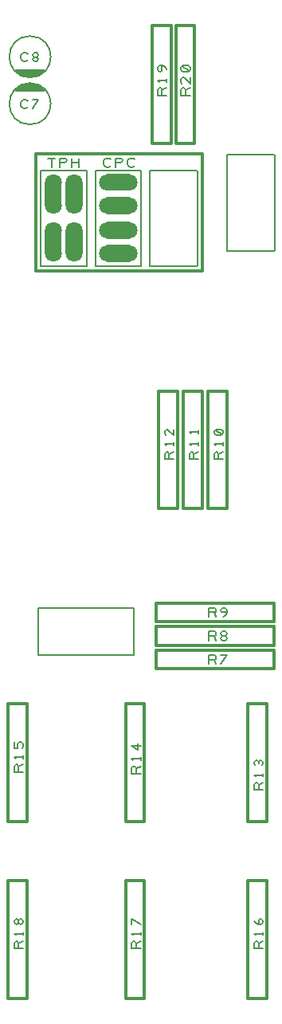
<source format=gbr>
G04 DesignSpark PCB Gerber Version 9.0 Build 5138 *
%FSLAX35Y35*%
%MOMM*%
%ADD10C,0.12700*%
%ADD139C,0.15000*%
%ADD13C,0.30480*%
%ADD137C,1.80000*%
X0Y0D02*
D02*
D10*
X302120Y9782430D02*
X294180Y9774490D01*
X278300Y9766550*
X254490*
X238620Y9774490*
X230680Y9782430*
X222740Y9798300*
Y9830050*
X230680Y9845930*
X238620Y9853870*
X254490Y9861800*
X278300*
X294180Y9853870*
X302120Y9845930*
X349740Y9766550D02*
X413240Y9861800D01*
X349740*
X302120Y10282430D02*
X294180Y10274490D01*
X278300Y10266550*
X254490*
X238620Y10274490*
X230680Y10282430*
X222740Y10298300*
Y10330050*
X230680Y10345930*
X238620Y10353870*
X254490Y10361800*
X278300*
X294180Y10353870*
X302120Y10345930*
X373550Y10314180D02*
X389430D01*
X405300Y10322120*
X413240Y10337990*
X405300Y10353870*
X389430Y10361800*
X373550*
X357680Y10353870*
X349740Y10337990*
X357680Y10322120*
X373550Y10314180*
X357680Y10306240*
X349740Y10290370*
X357680Y10274490*
X373550Y10266550*
X389430*
X405300Y10274490*
X413240Y10290370*
X405300Y10306240*
X389430Y10314180*
X248930Y842740D02*
X153680D01*
Y898300*
X161610Y914180*
X177490Y922120*
X193360Y914180*
X201300Y898300*
Y842740*
Y898300D02*
X248930Y922120D01*
Y985620D02*
Y1017370D01*
Y1001490D02*
X153680D01*
X169550Y985620*
X201300Y1120550D02*
Y1136430D01*
X193360Y1152300*
X177490Y1160240*
X161610Y1152300*
X153680Y1136430*
Y1120550*
X161610Y1104680*
X177490Y1096740*
X193360Y1104680*
X201300Y1120550*
X209240Y1104680*
X225110Y1096740*
X240990Y1104680*
X248930Y1120550*
Y1136430*
X240990Y1152300*
X225110Y1160240*
X209240Y1152300*
X201300Y1136430*
X248930Y2717740D02*
X153680D01*
Y2773300*
X161610Y2789180*
X177490Y2797120*
X193360Y2789180*
X201300Y2773300*
Y2717740*
Y2773300D02*
X248930Y2797120D01*
Y2860620D02*
Y2892370D01*
Y2876490D02*
X153680D01*
X169550Y2860620*
X240990Y2971740D02*
X248930Y2987620D01*
Y3011430*
X240990Y3027300*
X225110Y3035240*
X217180*
X201300Y3027300*
X193360Y3011430*
Y2971740*
X153680*
Y3035240*
X322740Y9597740D02*
G75*
G02Y10037740J220000D01*
G01*
G75*
G02Y9597740J-220000*
G01*
Y10097740D02*
G75*
G02Y10537740J220000D01*
G01*
G75*
G02Y10097740J-220000*
G01*
X406740Y3960240D02*
Y4460240D01*
X410240D02*
X1425240D01*
X549930Y9144050D02*
Y9239300D01*
X510240D02*
X589620D01*
X637240Y9144050D02*
Y9239300D01*
X692800*
X708680Y9231370*
X716620Y9215490*
X708680Y9199620*
X692800Y9191680*
X637240*
X764240Y9144050D02*
Y9239300D01*
Y9191680D02*
X843620D01*
Y9144050D02*
Y9239300D01*
X1182120Y9159930D02*
X1174180Y9151990D01*
X1158300Y9144050*
X1134490*
X1118620Y9151990*
X1110680Y9159930*
X1102740Y9175800*
Y9207550*
X1110680Y9223430*
X1118620Y9231370*
X1134490Y9239300*
X1158300*
X1174180Y9231370*
X1182120Y9223430*
X1229740Y9144050D02*
Y9239300D01*
X1285300*
X1301180Y9231370*
X1309120Y9215490*
X1301180Y9199620*
X1285300Y9191680*
X1229740*
X1436120Y9159930D02*
X1428180Y9151990D01*
X1412300Y9144050*
X1388490*
X1372620Y9151990*
X1364680Y9159930*
X1356740Y9175800*
Y9207550*
X1364680Y9223430*
X1372620Y9231370*
X1388490Y9239300*
X1412300*
X1428180Y9231370*
X1436120Y9223430*
X1423740Y4460240D02*
Y3960240D01*
X1425240Y3956740D02*
X410240D01*
X1498930Y842740D02*
X1403680D01*
Y898300*
X1411610Y914180*
X1427490Y922120*
X1443360Y914180*
X1451300Y898300*
Y842740*
Y898300D02*
X1498930Y922120D01*
Y985620D02*
Y1017370D01*
Y1001490D02*
X1403680D01*
X1419550Y985620*
X1498930Y1096740D02*
X1403680Y1160240D01*
Y1096740*
X1498930Y2700240D02*
X1403680D01*
Y2755800*
X1411610Y2771680*
X1427490Y2779620*
X1443360Y2771680*
X1451300Y2755800*
Y2700240*
Y2755800D02*
X1498930Y2779620D01*
Y2843120D02*
Y2874870D01*
Y2858990D02*
X1403680D01*
X1419550Y2843120*
X1498930Y2993930D02*
X1403680D01*
X1467180Y2954240*
Y3017740*
X1597740Y8097740D02*
Y9112740D01*
Y9111240D02*
X2097740D01*
X1773930Y9907740D02*
X1678680D01*
Y9963300*
X1686610Y9979180*
X1702490Y9987120*
X1718360Y9979180*
X1726300Y9963300*
Y9907740*
Y9963300D02*
X1773930Y9987120D01*
Y10050620D02*
Y10082370D01*
Y10066490D02*
X1678680D01*
X1694550Y10050620*
X1773930Y10185550D02*
X1765990Y10201430D01*
X1750110Y10217300*
X1726300Y10225240*
X1702490*
X1686610Y10217300*
X1678680Y10201430*
Y10185550*
X1686610Y10169680*
X1702490Y10161740*
X1718360Y10169680*
X1726300Y10185550*
Y10201430*
X1718360Y10217300*
X1702490Y10225240*
X1848930Y6042740D02*
X1753680D01*
Y6098300*
X1761610Y6114180*
X1777490Y6122120*
X1793360Y6114180*
X1801300Y6098300*
Y6042740*
Y6098300D02*
X1848930Y6122120D01*
Y6185620D02*
Y6217370D01*
Y6201490D02*
X1753680D01*
X1769550Y6185620*
X1848930Y6360240D02*
Y6296740D01*
X1793360Y6352300*
X1777490Y6360240*
X1761610Y6352300*
X1753680Y6336430*
Y6312620*
X1761610Y6296740*
X2023930Y9907740D02*
X1928680D01*
Y9963300*
X1936610Y9979180*
X1952490Y9987120*
X1968360Y9979180*
X1976300Y9963300*
Y9907740*
Y9963300D02*
X2023930Y9987120D01*
Y10098240D02*
Y10034740D01*
X1968360Y10090300*
X1952490Y10098240*
X1936610Y10090300*
X1928680Y10074430*
Y10050620*
X1936610Y10034740*
X2015990Y10169680D02*
X2023930Y10185550D01*
Y10201430*
X2015990Y10217300*
X2000110Y10225240*
X1952490*
X1936610Y10217300*
X1928680Y10201430*
Y10185550*
X1936610Y10169680*
X1952490Y10161740*
X2000110*
X2015990Y10169680*
X1936610Y10217300*
X2097740Y8094240D02*
X1597740D01*
X2101240Y9112740D02*
Y8097740D01*
X2111430Y6042740D02*
X2016180D01*
Y6098300*
X2024110Y6114180*
X2039990Y6122120*
X2055860Y6114180*
X2063800Y6098300*
Y6042740*
Y6098300D02*
X2111430Y6122120D01*
Y6185620D02*
Y6217370D01*
Y6201490D02*
X2016180D01*
X2032050Y6185620*
X2111430Y6312620D02*
Y6344370D01*
Y6328490D02*
X2016180D01*
X2032050Y6312620*
X2222740Y3866550D02*
Y3961800D01*
X2278300*
X2294180Y3953870*
X2302120Y3937990*
X2294180Y3922120*
X2278300Y3914180*
X2222740*
X2278300D02*
X2302120Y3866550D01*
X2349740D02*
X2413240Y3961800D01*
X2349740*
X2222740Y4116550D02*
Y4211800D01*
X2278300*
X2294180Y4203870*
X2302120Y4187990*
X2294180Y4172120*
X2278300Y4164180*
X2222740*
X2278300D02*
X2302120Y4116550D01*
X2373550Y4164180D02*
X2389430D01*
X2405300Y4172120*
X2413240Y4187990*
X2405300Y4203870*
X2389430Y4211800*
X2373550*
X2357680Y4203870*
X2349740Y4187990*
X2357680Y4172120*
X2373550Y4164180*
X2357680Y4156240*
X2349740Y4140370*
X2357680Y4124490*
X2373550Y4116550*
X2389430*
X2405300Y4124490*
X2413240Y4140370*
X2405300Y4156240*
X2389430Y4164180*
X2222740Y4366550D02*
Y4461800D01*
X2278300*
X2294180Y4453870*
X2302120Y4437990*
X2294180Y4422120*
X2278300Y4414180*
X2222740*
X2278300D02*
X2302120Y4366550D01*
X2373550D02*
X2389430Y4374490D01*
X2405300Y4390370*
X2413240Y4414180*
Y4437990*
X2405300Y4453870*
X2389430Y4461800*
X2373550*
X2357680Y4453870*
X2349740Y4437990*
X2357680Y4422120*
X2373550Y4414180*
X2389430*
X2405300Y4422120*
X2413240Y4437990*
X2373930Y6042740D02*
X2278680D01*
Y6098300*
X2286610Y6114180*
X2302490Y6122120*
X2318360Y6114180*
X2326300Y6098300*
Y6042740*
Y6098300D02*
X2373930Y6122120D01*
Y6185620D02*
Y6217370D01*
Y6201490D02*
X2278680D01*
X2294550Y6185620*
X2365990Y6304680D02*
X2373930Y6320550D01*
Y6336430*
X2365990Y6352300*
X2350110Y6360240*
X2302490*
X2286610Y6352300*
X2278680Y6336430*
Y6320550*
X2286610Y6304680*
X2302490Y6296740*
X2350110*
X2365990Y6304680*
X2286610Y6352300*
X2420240Y8260240D02*
Y9275240D01*
Y9273740D02*
X2920240D01*
X2798930Y842740D02*
X2703680D01*
Y898300*
X2711610Y914180*
X2727490Y922120*
X2743360Y914180*
X2751300Y898300*
Y842740*
Y898300D02*
X2798930Y922120D01*
Y985620D02*
Y1017370D01*
Y1001490D02*
X2703680D01*
X2719550Y985620*
X2775110Y1096740D02*
X2759240Y1104680D01*
X2751300Y1120550*
Y1136430*
X2759240Y1152300*
X2775110Y1160240*
X2790990Y1152300*
X2798930Y1136430*
Y1120550*
X2790990Y1104680*
X2775110Y1096740*
X2751300*
X2727490Y1104680*
X2711610Y1120550*
X2703680Y1136430*
X2798930Y2527740D02*
X2703680D01*
Y2583300*
X2711610Y2599180*
X2727490Y2607120*
X2743360Y2599180*
X2751300Y2583300*
Y2527740*
Y2583300D02*
X2798930Y2607120D01*
Y2670620D02*
Y2702370D01*
Y2686490D02*
X2703680D01*
X2719550Y2670620*
X2790990Y2789680D02*
X2798930Y2805550D01*
Y2821430*
X2790990Y2837300*
X2775110Y2845240*
X2759240Y2837300*
X2751300Y2821430*
Y2805550*
Y2821430D02*
X2743360Y2837300D01*
X2727490Y2845240*
X2711610Y2837300*
X2703680Y2821430*
Y2805550*
X2711610Y2789680*
X2920240Y8256740D02*
X2420240D01*
X2923740Y9275240D02*
Y8260240D01*
D02*
D13*
X185240Y10157740D02*
Y10170240D01*
X172740*
X187740Y9977740D02*
X202740D01*
X190240Y9965240D02*
X172740D01*
X190240Y10170240D02*
X457740D01*
X200240Y10150240D02*
X445240D01*
Y10147740*
X417740*
Y10135240*
X252740*
Y10120240*
X392740*
X225240Y10135240D02*
X240240D01*
X290240Y315240D02*
Y1565240D01*
X90240*
Y315240*
X290240*
Y2190240D02*
Y3440240D01*
X90240*
Y2190240*
X290240*
X300240Y10025240D02*
X332740D01*
Y10022740*
X335240*
X302740Y10107740D02*
X337740D01*
X385240Y8042740D02*
X2155240D01*
Y9290240*
X385240*
Y8042740*
X427740Y10000240D02*
X407740D01*
Y10002740*
X445240Y9985240D02*
X200240D01*
Y9987740*
X227740*
Y10000240*
X392740*
Y10015240*
X252740*
X455240Y9965240D02*
X187740D01*
X455240Y10157740D02*
X430240D01*
X455240Y10170240D02*
X472740D01*
X460240Y9977740D02*
Y9965240D01*
X472740*
X642740Y8237740D02*
Y8467740D01*
X492740*
Y8237740*
X642740*
G36*
Y8467740*
X492740*
Y8237740*
X642740*
G37*
Y8745240D02*
Y8975240D01*
X492740*
Y8745240*
X642740*
G36*
Y8975240*
X492740*
Y8745240*
X642740*
G37*
X867740Y8235240D02*
Y8465240D01*
X717740*
Y8235240*
X867740*
G36*
Y8465240*
X717740*
Y8235240*
X867740*
G37*
Y8742740D02*
Y8972740D01*
X717740*
Y8742740*
X867740*
G36*
Y8972740*
X717740*
Y8742740*
X867740*
G37*
X1147740Y8150240D02*
X1377740D01*
Y8300240*
X1147740*
Y8150240*
G36*
X1377740*
Y8300240*
X1147740*
Y8150240*
G37*
Y8400240D02*
X1375240D01*
Y8550240*
X1147740*
Y8400240*
G36*
X1375240*
Y8550240*
X1147740*
Y8400240*
G37*
Y8660240D02*
X1377740D01*
Y8810240*
X1147740*
Y8660240*
G36*
X1377740*
Y8810240*
X1147740*
Y8660240*
G37*
Y8910240D02*
X1377740D01*
Y9060240*
X1147740*
Y8910240*
G36*
X1377740*
Y9060240*
X1147740*
Y8910240*
G37*
X1540240Y315240D02*
Y1565240D01*
X1340240*
Y315240*
X1540240*
Y2190240D02*
Y3440240D01*
X1340240*
Y2190240*
X1540240*
X1665240Y3815240D02*
X2915240D01*
Y4015240*
X1665240*
Y3815240*
Y4065240D02*
X2915240D01*
Y4265240*
X1665240*
Y4065240*
Y4315240D02*
X2915240D01*
Y4515240*
X1665240*
Y4315240*
X1822740Y9400240D02*
Y10650240D01*
X1622740*
Y9400240*
X1822740*
X1890240Y5515240D02*
Y6765240D01*
X1690240*
Y5515240*
X1890240*
X2072740Y9400240D02*
Y10650240D01*
X1872740*
Y9400240*
X2072740*
X2152740Y5515240D02*
Y6765240D01*
X1952740*
Y5515240*
X2152740*
X2415240D02*
Y6765240D01*
X2215240*
Y5515240*
X2415240*
X2840240Y315240D02*
Y1565240D01*
X2640240*
Y315240*
X2840240*
Y2190240D02*
Y3440240D01*
X2640240*
Y2190240*
X2840240*
D02*
D137*
X567740Y8225240D03*
Y8475240D03*
Y8735240D03*
Y8985240D03*
X792740Y8225240D03*
Y8475240D03*
Y8735240D03*
Y8985240D03*
X1147740Y8225240D03*
Y8475240D03*
Y8735240D03*
Y8985240D03*
X1372740Y8225240D03*
Y8475240D03*
Y8735240D03*
Y8985240D03*
D02*
D139*
X437740Y8095240D02*
X922740D01*
Y9110240*
X437740*
Y8095240*
X1017740D02*
X1502740D01*
Y9110240*
X1017740*
Y8095240*
X0Y0D02*
M02*

</source>
